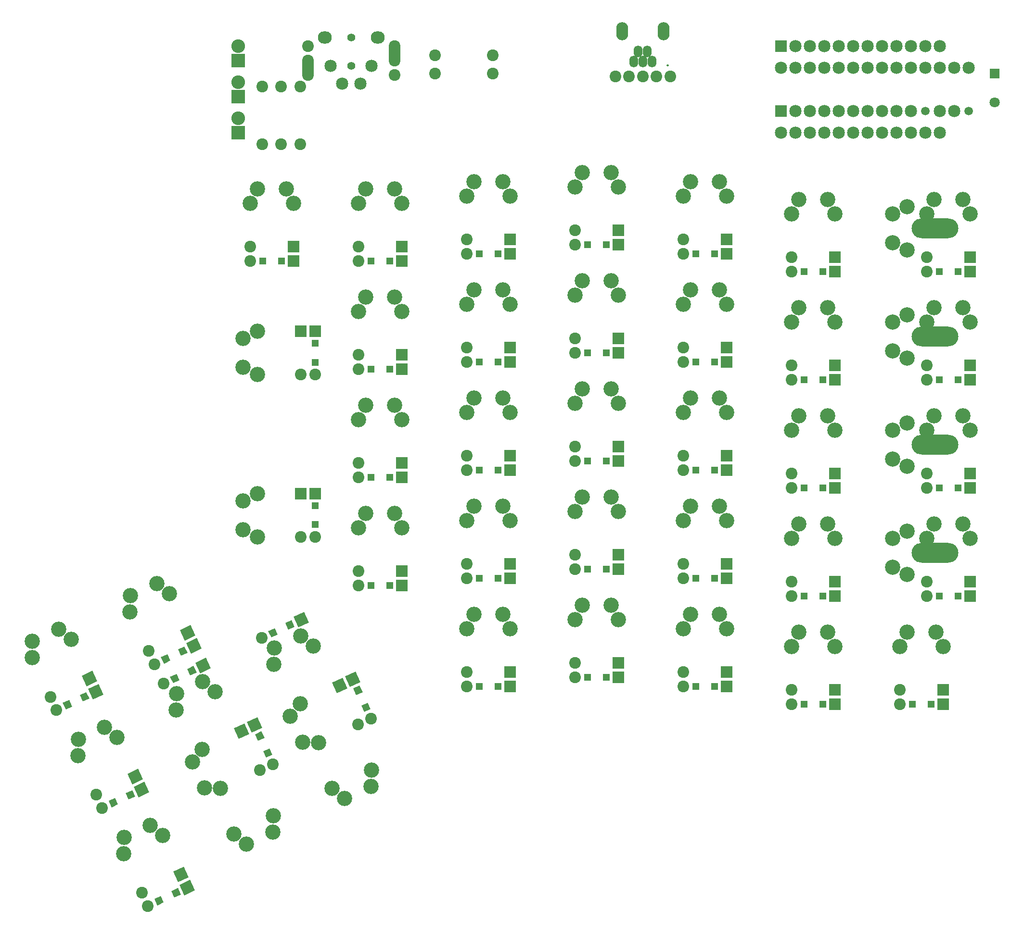
<source format=gbr>
G04 #@! TF.FileFunction,Soldermask,Top*
%FSLAX46Y46*%
G04 Gerber Fmt 4.6, Leading zero omitted, Abs format (unit mm)*
G04 Created by KiCad (PCBNEW 4.0.2-stable) date 2016/08/25 14:06:43*
%MOMM*%
G01*
G04 APERTURE LIST*
%ADD10C,0.150000*%
%ADD11C,0.304800*%
%ADD12C,2.000000*%
%ADD13C,2.057400*%
%ADD14C,2.692400*%
%ADD15R,2.159000X2.159000*%
%ADD16C,2.159000*%
%ADD17O,2.463800X2.159000*%
%ADD18C,1.397000*%
%ADD19R,2.057400X2.057400*%
%ADD20R,1.244600X1.244600*%
%ADD21C,1.498600*%
%ADD22R,2.406400X2.406400*%
%ADD23C,2.406400*%
%ADD24O,1.549400X2.057400*%
%ADD25O,2.108200X3.200400*%
%ADD26R,1.806400X1.806400*%
%ADD27C,1.806400*%
%ADD28C,2.689860*%
%ADD29C,2.687320*%
%ADD30O,8.242300X3.479800*%
G04 APERTURE END LIST*
D10*
D11*
X141965000Y-38265000D02*
X142065000Y-38265000D01*
D12*
X78740000Y-37465000D02*
X78740000Y-40005000D01*
X93980000Y-37465000D02*
X93980000Y-34925000D01*
D13*
X78740000Y-40005000D03*
X78740000Y-37465000D03*
X78740000Y-34925000D03*
X93980000Y-40005000D03*
X93980000Y-37465000D03*
X93980000Y-34925000D03*
X53341367Y-147187736D03*
D10*
G36*
X54985576Y-147107661D02*
X54459585Y-145979670D01*
X55587576Y-145453679D01*
X56113567Y-146581670D01*
X54985576Y-147107661D01*
X54985576Y-147107661D01*
G37*
G36*
X59749862Y-145334450D02*
X58880367Y-143469813D01*
X60745004Y-142600318D01*
X61614499Y-144464955D01*
X59749862Y-145334450D01*
X59749862Y-145334450D01*
G37*
G36*
X58001224Y-145701441D02*
X57475233Y-144573450D01*
X58603224Y-144047459D01*
X59129215Y-145175450D01*
X58001224Y-145701441D01*
X58001224Y-145701441D01*
G37*
D13*
X70605747Y-139135936D03*
D10*
G36*
X72249956Y-139055861D02*
X71723965Y-137927870D01*
X72851956Y-137401879D01*
X73377947Y-138529870D01*
X72249956Y-139055861D01*
X72249956Y-139055861D01*
G37*
G36*
X77014242Y-137282650D02*
X76144747Y-135418013D01*
X78009384Y-134548518D01*
X78878879Y-136413155D01*
X77014242Y-137282650D01*
X77014242Y-137282650D01*
G37*
G36*
X75265604Y-137649641D02*
X74739613Y-136521650D01*
X75867604Y-135995659D01*
X76393595Y-137123650D01*
X75265604Y-137649641D01*
X75265604Y-137649641D01*
G37*
D14*
X77434621Y-138754526D03*
X72753017Y-143740174D03*
X79659082Y-140519823D03*
X72830577Y-140901427D03*
X60170241Y-146806326D03*
X55488637Y-151791974D03*
X62394702Y-148571623D03*
X55566197Y-148953227D03*
X85176179Y-167376434D03*
X89857783Y-162390786D03*
X82951718Y-165611137D03*
X89780223Y-165229533D03*
X67909259Y-175425694D03*
X72590863Y-170440046D03*
X65684798Y-173660397D03*
X72513303Y-173278793D03*
D13*
X70665000Y-41985000D03*
X70665000Y-52145000D03*
X73965000Y-41985000D03*
X73965000Y-52145000D03*
X77365000Y-41985000D03*
X77365000Y-52145000D03*
X101085000Y-36465000D03*
X111245000Y-36465000D03*
X101092000Y-39751000D03*
X111252000Y-39751000D03*
D15*
X161925000Y-34925000D03*
D16*
X164465000Y-34925000D03*
X167005000Y-34925000D03*
X169545000Y-34925000D03*
X172085000Y-34925000D03*
X174625000Y-34925000D03*
X177165000Y-34925000D03*
X179705000Y-34925000D03*
X182245000Y-34925000D03*
X184785000Y-34925000D03*
X187325000Y-34925000D03*
X189865000Y-34925000D03*
X189865000Y-50165000D03*
X187325000Y-50165000D03*
X184785000Y-50165000D03*
X182245000Y-50165000D03*
X179705000Y-50165000D03*
X177165000Y-50165000D03*
X174625000Y-50165000D03*
X167005000Y-50165000D03*
X164465000Y-50165000D03*
X161925000Y-50165000D03*
X172085000Y-50165000D03*
X169545000Y-50165000D03*
D17*
X90957400Y-33375600D03*
D16*
X82702400Y-38379400D03*
X87909400Y-41478200D03*
D17*
X81661000Y-33375600D03*
D16*
X84709000Y-41478200D03*
X89916000Y-38379400D03*
D18*
X86309200Y-33375600D03*
X86309200Y-38379400D03*
D14*
X74930000Y-60020200D03*
X68580000Y-62560200D03*
X76200000Y-62560200D03*
X69850000Y-60020200D03*
D13*
X68580000Y-70180200D03*
D19*
X76200000Y-70180200D03*
D13*
X68580000Y-72720200D03*
D19*
X76200000Y-72720200D03*
D20*
X70726300Y-72720200D03*
X74053700Y-72720200D03*
D14*
X67310000Y-86370160D03*
X69850000Y-92720160D03*
X69850000Y-85100160D03*
X67310000Y-91450160D03*
D13*
X77470000Y-92720160D03*
D19*
X77470000Y-85100160D03*
D13*
X80010000Y-92720160D03*
D19*
X80010000Y-85100160D03*
D20*
X80010000Y-90573860D03*
X80010000Y-87246460D03*
D14*
X67310000Y-114945160D03*
X69850000Y-121295160D03*
X69850000Y-113675160D03*
X67310000Y-120025160D03*
D13*
X77470000Y-121295160D03*
D19*
X77470000Y-113675160D03*
D13*
X80010000Y-121295160D03*
D19*
X80010000Y-113675160D03*
D20*
X80010000Y-119148860D03*
X80010000Y-115821460D03*
D14*
X189230000Y-138122660D03*
X182880000Y-140662660D03*
X190500000Y-140662660D03*
X184150000Y-138122660D03*
D13*
X182880000Y-148282660D03*
D19*
X190500000Y-148282660D03*
D13*
X182880000Y-150822660D03*
D19*
X190500000Y-150822660D03*
D20*
X185026300Y-150822660D03*
X188353700Y-150822660D03*
D14*
X93980000Y-79067660D03*
X87630000Y-81607660D03*
X95250000Y-81607660D03*
X88900000Y-79067660D03*
D13*
X87630000Y-89227660D03*
D19*
X95250000Y-89227660D03*
D13*
X87630000Y-91767660D03*
D19*
X95250000Y-91767660D03*
D20*
X89776300Y-91767660D03*
X93103700Y-91767660D03*
D14*
X42903321Y-154855586D03*
X38221717Y-159841234D03*
X45127782Y-156620883D03*
X38299277Y-157002487D03*
D13*
X41442068Y-166747299D03*
D10*
G36*
X47850562Y-164894014D02*
X46981067Y-163029377D01*
X48845704Y-162159882D01*
X49715199Y-164024519D01*
X47850562Y-164894014D01*
X47850562Y-164894014D01*
G37*
D13*
X42515518Y-169049321D03*
D10*
G36*
X48924013Y-167196036D02*
X48054518Y-165331399D01*
X49919155Y-164461904D01*
X50788650Y-166326541D01*
X48924013Y-167196036D01*
X48924013Y-167196036D01*
G37*
G36*
X44159727Y-168969246D02*
X43633736Y-167841255D01*
X44761727Y-167315264D01*
X45287718Y-168443255D01*
X44159727Y-168969246D01*
X44159727Y-168969246D01*
G37*
G36*
X47175375Y-167563026D02*
X46649384Y-166435035D01*
X47777375Y-165909044D01*
X48303366Y-167037035D01*
X47175375Y-167563026D01*
X47175375Y-167563026D01*
G37*
D14*
X50955121Y-172122506D03*
X46273517Y-177108154D03*
X53179582Y-173887803D03*
X46351077Y-174269407D03*
D13*
X49493868Y-184014219D03*
D10*
G36*
X55902362Y-182160934D02*
X55032867Y-180296297D01*
X56897504Y-179426802D01*
X57766999Y-181291439D01*
X55902362Y-182160934D01*
X55902362Y-182160934D01*
G37*
D13*
X50567318Y-186316241D03*
D10*
G36*
X56975813Y-184462956D02*
X56106318Y-182598319D01*
X57970955Y-181728824D01*
X58840450Y-183593461D01*
X56975813Y-184462956D01*
X56975813Y-184462956D01*
G37*
G36*
X52211527Y-186236166D02*
X51685536Y-185108175D01*
X52813527Y-184582184D01*
X53339518Y-185710175D01*
X52211527Y-186236166D01*
X52211527Y-186236166D01*
G37*
G36*
X55227175Y-184829946D02*
X54701184Y-183701955D01*
X55829175Y-183175964D01*
X56355166Y-184303955D01*
X55227175Y-184829946D01*
X55227175Y-184829946D01*
G37*
D14*
X34854061Y-137591206D03*
X30172457Y-142576854D03*
X37078522Y-139356503D03*
X30250017Y-139738107D03*
D13*
X33392808Y-149482919D03*
D10*
G36*
X39801302Y-147629634D02*
X38931807Y-145764997D01*
X40796444Y-144895502D01*
X41665939Y-146760139D01*
X39801302Y-147629634D01*
X39801302Y-147629634D01*
G37*
D13*
X34466258Y-151784941D03*
D10*
G36*
X40874753Y-149931656D02*
X40005258Y-148067019D01*
X41869895Y-147197524D01*
X42739390Y-149062161D01*
X40874753Y-149931656D01*
X40874753Y-149931656D01*
G37*
G36*
X36110467Y-151704866D02*
X35584476Y-150576875D01*
X36712467Y-150050884D01*
X37238458Y-151178875D01*
X36110467Y-151704866D01*
X36110467Y-151704866D01*
G37*
G36*
X39126115Y-150298646D02*
X38600124Y-149170655D01*
X39728115Y-148644664D01*
X40254106Y-149772655D01*
X39126115Y-150298646D01*
X39126115Y-150298646D01*
G37*
D14*
X52118441Y-129541946D03*
X47436837Y-134527594D03*
X54342902Y-131307243D03*
X47514397Y-131688847D03*
D13*
X50657188Y-141433659D03*
D10*
G36*
X57065682Y-139580374D02*
X56196187Y-137715737D01*
X58060824Y-136846242D01*
X58930319Y-138710879D01*
X57065682Y-139580374D01*
X57065682Y-139580374D01*
G37*
D13*
X51730638Y-143735681D03*
D10*
G36*
X58139133Y-141882396D02*
X57269638Y-140017759D01*
X59134275Y-139148264D01*
X60003770Y-141012901D01*
X58139133Y-141882396D01*
X58139133Y-141882396D01*
G37*
G36*
X53374847Y-143655606D02*
X52848856Y-142527615D01*
X53976847Y-142001624D01*
X54502838Y-143129615D01*
X53374847Y-143655606D01*
X53374847Y-143655606D01*
G37*
G36*
X56390495Y-142249386D02*
X55864504Y-141121395D01*
X56992495Y-140595404D01*
X57518486Y-141723395D01*
X56390495Y-142249386D01*
X56390495Y-142249386D01*
G37*
D14*
X170180000Y-61925200D03*
X163830000Y-64465200D03*
X171450000Y-64465200D03*
X165100000Y-61925200D03*
D13*
X163830000Y-72085200D03*
D19*
X171450000Y-72085200D03*
D13*
X163830000Y-74625200D03*
D19*
X171450000Y-74625200D03*
D20*
X165976300Y-74625200D03*
X169303700Y-74625200D03*
D14*
X151130000Y-58747660D03*
X144780000Y-61287660D03*
X152400000Y-61287660D03*
X146050000Y-58747660D03*
D13*
X144780000Y-68907660D03*
D19*
X152400000Y-68907660D03*
D13*
X144780000Y-71447660D03*
D19*
X152400000Y-71447660D03*
D20*
X146926300Y-71447660D03*
X150253700Y-71447660D03*
D14*
X132080000Y-57150000D03*
X125730000Y-59690000D03*
X133350000Y-59690000D03*
X127000000Y-57150000D03*
D13*
X125730000Y-67310000D03*
D19*
X133350000Y-67310000D03*
D13*
X125730000Y-69850000D03*
D19*
X133350000Y-69850000D03*
D20*
X127876300Y-69850000D03*
X131203700Y-69850000D03*
D14*
X113030000Y-58747660D03*
X106680000Y-61287660D03*
X114300000Y-61287660D03*
X107950000Y-58747660D03*
D13*
X106680000Y-68907660D03*
D19*
X114300000Y-68907660D03*
D13*
X106680000Y-71447660D03*
D19*
X114300000Y-71447660D03*
D20*
X108826300Y-71447660D03*
X112153700Y-71447660D03*
D14*
X151130000Y-134947660D03*
X144780000Y-137487660D03*
X152400000Y-137487660D03*
X146050000Y-134947660D03*
D13*
X144780000Y-145107660D03*
D19*
X152400000Y-145107660D03*
D13*
X144780000Y-147647660D03*
D19*
X152400000Y-147647660D03*
D20*
X146926300Y-147647660D03*
X150253700Y-147647660D03*
D14*
X170180000Y-80972660D03*
X163830000Y-83512660D03*
X171450000Y-83512660D03*
X165100000Y-80972660D03*
D13*
X163830000Y-91132660D03*
D19*
X171450000Y-91132660D03*
D13*
X163830000Y-93672660D03*
D19*
X171450000Y-93672660D03*
D20*
X165976300Y-93672660D03*
X169303700Y-93672660D03*
D14*
X132080000Y-76200000D03*
X125730000Y-78740000D03*
X133350000Y-78740000D03*
X127000000Y-76200000D03*
D13*
X125730000Y-86360000D03*
D19*
X133350000Y-86360000D03*
D13*
X125730000Y-88900000D03*
D19*
X133350000Y-88900000D03*
D20*
X127876300Y-88900000D03*
X131203700Y-88900000D03*
D14*
X113030000Y-77797660D03*
X106680000Y-80337660D03*
X114300000Y-80337660D03*
X107950000Y-77797660D03*
D13*
X106680000Y-87957660D03*
D19*
X114300000Y-87957660D03*
D13*
X106680000Y-90497660D03*
D19*
X114300000Y-90497660D03*
D20*
X108826300Y-90497660D03*
X112153700Y-90497660D03*
D14*
X170180000Y-100022660D03*
X163830000Y-102562660D03*
X171450000Y-102562660D03*
X165100000Y-100022660D03*
D13*
X163830000Y-110182660D03*
D19*
X171450000Y-110182660D03*
D13*
X163830000Y-112722660D03*
D19*
X171450000Y-112722660D03*
D20*
X165976300Y-112722660D03*
X169303700Y-112722660D03*
D14*
X151130000Y-96847660D03*
X144780000Y-99387660D03*
X152400000Y-99387660D03*
X146050000Y-96847660D03*
D13*
X144780000Y-107007660D03*
D19*
X152400000Y-107007660D03*
D13*
X144780000Y-109547660D03*
D19*
X152400000Y-109547660D03*
D20*
X146926300Y-109547660D03*
X150253700Y-109547660D03*
D14*
X132080000Y-95250000D03*
X125730000Y-97790000D03*
X133350000Y-97790000D03*
X127000000Y-95250000D03*
D13*
X125730000Y-105410000D03*
D19*
X133350000Y-105410000D03*
D13*
X125730000Y-107950000D03*
D19*
X133350000Y-107950000D03*
D20*
X127876300Y-107950000D03*
X131203700Y-107950000D03*
D14*
X113030000Y-96847660D03*
X106680000Y-99387660D03*
X114300000Y-99387660D03*
X107950000Y-96847660D03*
D13*
X106680000Y-107007660D03*
D19*
X114300000Y-107007660D03*
D13*
X106680000Y-109547660D03*
D19*
X114300000Y-109547660D03*
D20*
X108826300Y-109547660D03*
X112153700Y-109547660D03*
D14*
X93980000Y-98117660D03*
X87630000Y-100657660D03*
X95250000Y-100657660D03*
X88900000Y-98117660D03*
D13*
X87630000Y-108277660D03*
D19*
X95250000Y-108277660D03*
D13*
X87630000Y-110817660D03*
D19*
X95250000Y-110817660D03*
D20*
X89776300Y-110817660D03*
X93103700Y-110817660D03*
D14*
X170180000Y-119072660D03*
X163830000Y-121612660D03*
X171450000Y-121612660D03*
X165100000Y-119072660D03*
D13*
X163830000Y-129232660D03*
D19*
X171450000Y-129232660D03*
D13*
X163830000Y-131772660D03*
D19*
X171450000Y-131772660D03*
D20*
X165976300Y-131772660D03*
X169303700Y-131772660D03*
D14*
X151130000Y-115897660D03*
X144780000Y-118437660D03*
X152400000Y-118437660D03*
X146050000Y-115897660D03*
D13*
X144780000Y-126057660D03*
D19*
X152400000Y-126057660D03*
D13*
X144780000Y-128597660D03*
D19*
X152400000Y-128597660D03*
D20*
X146926300Y-128597660D03*
X150253700Y-128597660D03*
D14*
X132080000Y-114300000D03*
X125730000Y-116840000D03*
X133350000Y-116840000D03*
X127000000Y-114300000D03*
D13*
X125730000Y-124460000D03*
D19*
X133350000Y-124460000D03*
D13*
X125730000Y-127000000D03*
D19*
X133350000Y-127000000D03*
D20*
X127876300Y-127000000D03*
X131203700Y-127000000D03*
D14*
X113030000Y-115897660D03*
X106680000Y-118437660D03*
X114300000Y-118437660D03*
X107950000Y-115897660D03*
D13*
X106680000Y-126057660D03*
D19*
X114300000Y-126057660D03*
D13*
X106680000Y-128597660D03*
D19*
X114300000Y-128597660D03*
D20*
X108826300Y-128597660D03*
X112153700Y-128597660D03*
D14*
X93980000Y-117167660D03*
X87630000Y-119707660D03*
X95250000Y-119707660D03*
X88900000Y-117167660D03*
D13*
X87630000Y-127327660D03*
D19*
X95250000Y-127327660D03*
D13*
X87630000Y-129867660D03*
D19*
X95250000Y-129867660D03*
D20*
X89776300Y-129867660D03*
X93103700Y-129867660D03*
D14*
X170180000Y-138122660D03*
X163830000Y-140662660D03*
X171450000Y-140662660D03*
X165100000Y-138122660D03*
D13*
X163830000Y-148282660D03*
D19*
X171450000Y-148282660D03*
D13*
X163830000Y-150822660D03*
D19*
X171450000Y-150822660D03*
D20*
X165976300Y-150822660D03*
X169303700Y-150822660D03*
D14*
X132080000Y-133350000D03*
X125730000Y-135890000D03*
X133350000Y-135890000D03*
X127000000Y-133350000D03*
D13*
X125730000Y-143510000D03*
D19*
X133350000Y-143510000D03*
D13*
X125730000Y-146050000D03*
D19*
X133350000Y-146050000D03*
D20*
X127876300Y-146050000D03*
X131203700Y-146050000D03*
D14*
X113030000Y-134947660D03*
X106680000Y-137487660D03*
X114300000Y-137487660D03*
X107950000Y-134947660D03*
D13*
X106680000Y-145107660D03*
D19*
X114300000Y-145107660D03*
D13*
X106680000Y-147647660D03*
D19*
X114300000Y-147647660D03*
D20*
X108826300Y-147647660D03*
X112153700Y-147647660D03*
D14*
X75625366Y-152910359D03*
X80611014Y-157591963D03*
X77390663Y-150685898D03*
X77772267Y-157514403D03*
D13*
X87517079Y-154371612D03*
D10*
G36*
X85663794Y-147963118D02*
X83799157Y-148832613D01*
X82929662Y-146967976D01*
X84794299Y-146098481D01*
X85663794Y-147963118D01*
X85663794Y-147963118D01*
G37*
D13*
X89819101Y-153298162D03*
D10*
G36*
X87965816Y-146889667D02*
X86101179Y-147759162D01*
X85231684Y-145894525D01*
X87096321Y-145025030D01*
X87965816Y-146889667D01*
X87965816Y-146889667D01*
G37*
G36*
X89739026Y-151653953D02*
X88611035Y-152179944D01*
X88085044Y-151051953D01*
X89213035Y-150525962D01*
X89739026Y-151653953D01*
X89739026Y-151653953D01*
G37*
G36*
X88332806Y-148638305D02*
X87204815Y-149164296D01*
X86678824Y-148036305D01*
X87806815Y-147510314D01*
X88332806Y-148638305D01*
X88332806Y-148638305D01*
G37*
D14*
X58360986Y-160962159D03*
X63346634Y-165643763D03*
X60126283Y-158737698D03*
X60507887Y-165566203D03*
D13*
X70252699Y-162423412D03*
D10*
G36*
X68399414Y-156014918D02*
X66534777Y-156884413D01*
X65665282Y-155019776D01*
X67529919Y-154150281D01*
X68399414Y-156014918D01*
X68399414Y-156014918D01*
G37*
D13*
X72554721Y-161349962D03*
D10*
G36*
X70701436Y-154941467D02*
X68836799Y-155810962D01*
X67967304Y-153946325D01*
X69831941Y-153076830D01*
X70701436Y-154941467D01*
X70701436Y-154941467D01*
G37*
G36*
X72474646Y-159705753D02*
X71346655Y-160231744D01*
X70820664Y-159103753D01*
X71948655Y-158577762D01*
X72474646Y-159705753D01*
X72474646Y-159705753D01*
G37*
G36*
X71068426Y-156690105D02*
X69940435Y-157216096D01*
X69414444Y-156088105D01*
X70542435Y-155562114D01*
X71068426Y-156690105D01*
X71068426Y-156690105D01*
G37*
D14*
X151130000Y-77797660D03*
X144780000Y-80337660D03*
X152400000Y-80337660D03*
X146050000Y-77797660D03*
D13*
X144780000Y-87957660D03*
D19*
X152400000Y-87957660D03*
D13*
X144780000Y-90497660D03*
D19*
X152400000Y-90497660D03*
D20*
X146926300Y-90497660D03*
X150253700Y-90497660D03*
D14*
X93980000Y-60020200D03*
X87630000Y-62560200D03*
X95250000Y-62560200D03*
X88900000Y-60020200D03*
D13*
X87630000Y-70180200D03*
D19*
X95250000Y-70180200D03*
D13*
X87630000Y-72720200D03*
D19*
X95250000Y-72720200D03*
D20*
X89776300Y-72720200D03*
X93103700Y-72720200D03*
D16*
X164450000Y-46330000D03*
X166990000Y-46330000D03*
X169530000Y-46330000D03*
X172070000Y-46330000D03*
X174610000Y-46330000D03*
X177150000Y-46330000D03*
X179690000Y-46330000D03*
X182230000Y-46330000D03*
X184770000Y-46330000D03*
D21*
X187310000Y-46330000D03*
D16*
X189850000Y-46330000D03*
X192390000Y-46330000D03*
D21*
X194930000Y-46330000D03*
D15*
X161910000Y-46330000D03*
D16*
X194930000Y-38710000D03*
X192390000Y-38710000D03*
X189850000Y-38710000D03*
X187310000Y-38710000D03*
X184770000Y-38710000D03*
X182230000Y-38710000D03*
X179690000Y-38710000D03*
X177150000Y-38710000D03*
X174610000Y-38710000D03*
X172070000Y-38710000D03*
X169530000Y-38710000D03*
X166990000Y-38710000D03*
X164450000Y-38710000D03*
X161910000Y-38710000D03*
D22*
X66465000Y-37465000D03*
D23*
X66465000Y-34925000D03*
D22*
X66465000Y-43765000D03*
D23*
X66465000Y-41225000D03*
D22*
X66465000Y-50165000D03*
D23*
X66465000Y-47625000D03*
D24*
X136042400Y-37553900D03*
X136842500Y-35806380D03*
X137642600Y-37553900D03*
X138442700Y-35806380D03*
X139242800Y-37553900D03*
D25*
X141290040Y-32230060D03*
X133995160Y-32230060D03*
D13*
X135229600Y-40259000D03*
X132816600Y-40259000D03*
X137642600Y-40259000D03*
X142468600Y-40259000D03*
X140055600Y-40259000D03*
D26*
X199517000Y-39751000D03*
D27*
X199517000Y-44751000D03*
D14*
X193992500Y-119072660D03*
X187642500Y-121612660D03*
D28*
X195262500Y-121612660D03*
D14*
X188912500Y-119072660D03*
D13*
X187642500Y-129232660D03*
D19*
X195262500Y-129232660D03*
D13*
X187642500Y-131772660D03*
D19*
X195262500Y-131772660D03*
D20*
X189788800Y-131772660D03*
X193116200Y-131772660D03*
D29*
X181610000Y-121612660D03*
X184150000Y-120342660D03*
X184150000Y-127962660D03*
X181610000Y-126692660D03*
D30*
X189069980Y-124152660D03*
D14*
X193992500Y-100022660D03*
X187642500Y-102562660D03*
D28*
X195262500Y-102562660D03*
D14*
X188912500Y-100022660D03*
D13*
X187642500Y-110182660D03*
D19*
X195262500Y-110182660D03*
D13*
X187642500Y-112722660D03*
D19*
X195262500Y-112722660D03*
D20*
X189788800Y-112722660D03*
X193116200Y-112722660D03*
D29*
X181610000Y-102562660D03*
X184150000Y-101292660D03*
X184150000Y-108912660D03*
X181610000Y-107642660D03*
D30*
X189069980Y-105102660D03*
D14*
X193992500Y-80972660D03*
X187642500Y-83512660D03*
D28*
X195262500Y-83512660D03*
D14*
X188912500Y-80972660D03*
D13*
X187642500Y-91132660D03*
D19*
X195262500Y-91132660D03*
D13*
X187642500Y-93672660D03*
D19*
X195262500Y-93672660D03*
D20*
X189788800Y-93672660D03*
X193116200Y-93672660D03*
D29*
X181610000Y-83512660D03*
X184150000Y-82242660D03*
X184150000Y-89862660D03*
X181610000Y-88592660D03*
D30*
X189069980Y-86052660D03*
D14*
X193992500Y-61925200D03*
X187642500Y-64465200D03*
D28*
X195262500Y-64465200D03*
D14*
X188912500Y-61925200D03*
D13*
X187642500Y-72085200D03*
D19*
X195262500Y-72085200D03*
D13*
X187642500Y-74625200D03*
D19*
X195262500Y-74625200D03*
D20*
X189788800Y-74625200D03*
X193116200Y-74625200D03*
D29*
X181610000Y-64465200D03*
X184150000Y-63195200D03*
X184150000Y-70815200D03*
X181610000Y-69545200D03*
D30*
X189069980Y-67005200D03*
M02*

</source>
